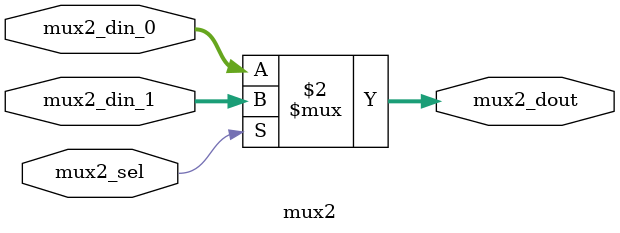
<source format=v>
module mux2 (
    input wire          mux2_sel        ,
    input wire  [31:0]  mux2_din_0      ,
    input wire  [31:0]  mux2_din_1      ,
    output reg  [31:0]  mux2_dout       
);

    always @(*) begin
        mux2_dout = mux2_sel? (mux2_din_1):(mux2_din_0);
    end

endmodule
</source>
